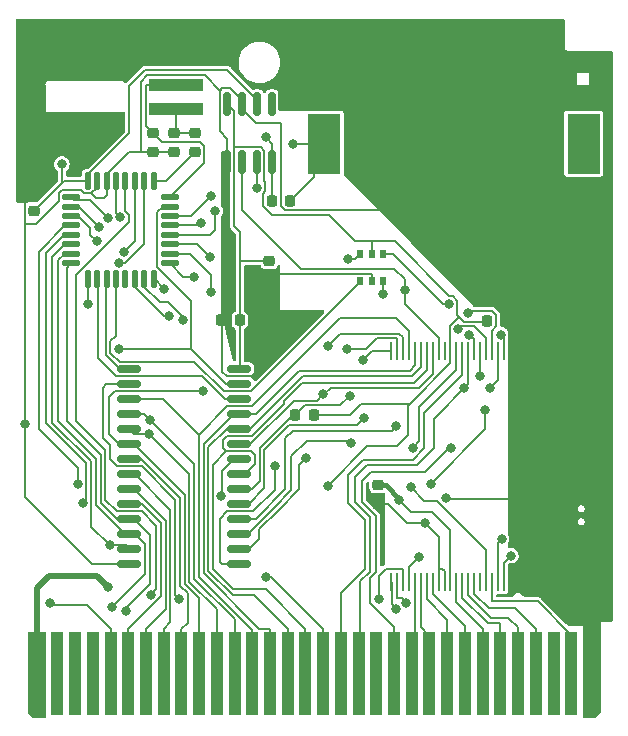
<source format=gbr>
G04 #@! TF.GenerationSoftware,KiCad,Pcbnew,(6.0.8)*
G04 #@! TF.CreationDate,2022-12-25T17:24:50-05:00*
G04 #@! TF.ProjectId,mbc30flash,6d626333-3066-46c6-9173-682e6b696361,rev?*
G04 #@! TF.SameCoordinates,Original*
G04 #@! TF.FileFunction,Copper,L1,Top*
G04 #@! TF.FilePolarity,Positive*
%FSLAX46Y46*%
G04 Gerber Fmt 4.6, Leading zero omitted, Abs format (unit mm)*
G04 Created by KiCad (PCBNEW (6.0.8)) date 2022-12-25 17:24:50*
%MOMM*%
%LPD*%
G01*
G04 APERTURE LIST*
G04 Aperture macros list*
%AMRoundRect*
0 Rectangle with rounded corners*
0 $1 Rounding radius*
0 $2 $3 $4 $5 $6 $7 $8 $9 X,Y pos of 4 corners*
0 Add a 4 corners polygon primitive as box body*
4,1,4,$2,$3,$4,$5,$6,$7,$8,$9,$2,$3,0*
0 Add four circle primitives for the rounded corners*
1,1,$1+$1,$2,$3*
1,1,$1+$1,$4,$5*
1,1,$1+$1,$6,$7*
1,1,$1+$1,$8,$9*
0 Add four rect primitives between the rounded corners*
20,1,$1+$1,$2,$3,$4,$5,0*
20,1,$1+$1,$4,$5,$6,$7,0*
20,1,$1+$1,$6,$7,$8,$9,0*
20,1,$1+$1,$8,$9,$2,$3,0*%
%AMFreePoly0*
4,1,6,0.750000,-6.800000,-0.350000,-6.800000,-0.750000,-6.400000,-0.750000,0.500000,0.750000,0.500000,0.750000,-6.800000,0.750000,-6.800000,$1*%
%AMFreePoly1*
4,1,5,0.500000,-6.500000,-0.500000,-6.500000,-0.500000,0.500000,0.500000,0.500000,0.500000,-6.500000,0.500000,-6.500000,$1*%
%AMFreePoly2*
4,1,6,0.750000,-6.300000,0.250000,-6.800000,-0.750000,-6.800000,-0.750000,0.500000,0.750000,0.500000,0.750000,-6.300000,0.750000,-6.300000,$1*%
G04 Aperture macros list end*
G04 #@! TA.AperFunction,SMDPad,CuDef*
%ADD10RoundRect,0.218750X0.218750X0.256250X-0.218750X0.256250X-0.218750X-0.256250X0.218750X-0.256250X0*%
G04 #@! TD*
G04 #@! TA.AperFunction,SMDPad,CuDef*
%ADD11RoundRect,0.218750X-0.256250X0.218750X-0.256250X-0.218750X0.256250X-0.218750X0.256250X0.218750X0*%
G04 #@! TD*
G04 #@! TA.AperFunction,SMDPad,CuDef*
%ADD12RoundRect,0.218750X0.256250X-0.218750X0.256250X0.218750X-0.256250X0.218750X-0.256250X-0.218750X0*%
G04 #@! TD*
G04 #@! TA.AperFunction,SMDPad,CuDef*
%ADD13RoundRect,0.218750X-0.218750X-0.256250X0.218750X-0.256250X0.218750X0.256250X-0.218750X0.256250X0*%
G04 #@! TD*
G04 #@! TA.AperFunction,SMDPad,CuDef*
%ADD14R,0.250000X1.600000*%
G04 #@! TD*
G04 #@! TA.AperFunction,SMDPad,CuDef*
%ADD15R,4.550000X1.000000*%
G04 #@! TD*
G04 #@! TA.AperFunction,SMDPad,CuDef*
%ADD16RoundRect,0.150000X0.150000X-0.825000X0.150000X0.825000X-0.150000X0.825000X-0.150000X-0.825000X0*%
G04 #@! TD*
G04 #@! TA.AperFunction,SMDPad,CuDef*
%ADD17R,2.790000X5.080000*%
G04 #@! TD*
G04 #@! TA.AperFunction,SMDPad,CuDef*
%ADD18C,12.700000*%
G04 #@! TD*
G04 #@! TA.AperFunction,SMDPad,CuDef*
%ADD19RoundRect,0.150000X-0.875000X-0.150000X0.875000X-0.150000X0.875000X0.150000X-0.875000X0.150000X0*%
G04 #@! TD*
G04 #@! TA.AperFunction,SMDPad,CuDef*
%ADD20R,0.510000X0.700000*%
G04 #@! TD*
G04 #@! TA.AperFunction,SMDPad,CuDef*
%ADD21RoundRect,0.125000X0.125000X-0.625000X0.125000X0.625000X-0.125000X0.625000X-0.125000X-0.625000X0*%
G04 #@! TD*
G04 #@! TA.AperFunction,SMDPad,CuDef*
%ADD22RoundRect,0.125000X0.625000X-0.125000X0.625000X0.125000X-0.625000X0.125000X-0.625000X-0.125000X0*%
G04 #@! TD*
G04 #@! TA.AperFunction,ComponentPad*
%ADD23C,0.800000*%
G04 #@! TD*
G04 #@! TA.AperFunction,ConnectorPad*
%ADD24FreePoly0,0.000000*%
G04 #@! TD*
G04 #@! TA.AperFunction,ConnectorPad*
%ADD25FreePoly1,0.000000*%
G04 #@! TD*
G04 #@! TA.AperFunction,ConnectorPad*
%ADD26FreePoly2,0.000000*%
G04 #@! TD*
G04 #@! TA.AperFunction,ViaPad*
%ADD27C,0.800000*%
G04 #@! TD*
G04 #@! TA.AperFunction,ViaPad*
%ADD28C,2.050000*%
G04 #@! TD*
G04 #@! TA.AperFunction,Conductor*
%ADD29C,0.200000*%
G04 #@! TD*
G04 #@! TA.AperFunction,Conductor*
%ADD30C,1.500000*%
G04 #@! TD*
G04 #@! TA.AperFunction,Conductor*
%ADD31C,0.400000*%
G04 #@! TD*
G04 #@! TA.AperFunction,Conductor*
%ADD32C,0.500000*%
G04 #@! TD*
G04 APERTURE END LIST*
D10*
X106621500Y-95664000D03*
X105046500Y-95664000D03*
D11*
X95800000Y-109550000D03*
X95800000Y-111125000D03*
X76726500Y-79735600D03*
X76726500Y-81310600D03*
D12*
X78512200Y-81310600D03*
X78512200Y-79735600D03*
X86600000Y-92169100D03*
X86600000Y-90594100D03*
D13*
X88800000Y-103600000D03*
X90375000Y-103600000D03*
D10*
X88385300Y-85471000D03*
X86810300Y-85471000D03*
D14*
X106431000Y-98220000D03*
X105931000Y-98220000D03*
X105431000Y-98220000D03*
X104931000Y-98220000D03*
X104431000Y-98220000D03*
X103931000Y-98220000D03*
X103431000Y-98220000D03*
X102931000Y-98220000D03*
X102431000Y-98220000D03*
X101931000Y-98220000D03*
X101431000Y-98220000D03*
X100931000Y-98220000D03*
X100431000Y-98220000D03*
X99931000Y-98220000D03*
X99431000Y-98220000D03*
X98931000Y-98220000D03*
X98431000Y-98220000D03*
X97931000Y-98220000D03*
X97431000Y-98220000D03*
X96931000Y-98220000D03*
X96931000Y-117720000D03*
X97431000Y-117720000D03*
X97931000Y-117720000D03*
X98431000Y-117720000D03*
X98931000Y-117720000D03*
X99431000Y-117720000D03*
X99931000Y-117720000D03*
X100431000Y-117720000D03*
X100931000Y-117720000D03*
X101431000Y-117720000D03*
X101931000Y-117720000D03*
X102431000Y-117720000D03*
X102931000Y-117720000D03*
X103431000Y-117720000D03*
X103931000Y-117720000D03*
X104431000Y-117720000D03*
X104931000Y-117720000D03*
X105431000Y-117720000D03*
X105931000Y-117720000D03*
X106431000Y-117720000D03*
D15*
X78698200Y-77668800D03*
X78698200Y-75668800D03*
D12*
X80302200Y-81310600D03*
X80302200Y-79735600D03*
D16*
X83000300Y-82223400D03*
X84270300Y-82223400D03*
X85540300Y-82223400D03*
X86810300Y-82223400D03*
X86810300Y-77273400D03*
X85540300Y-77273400D03*
X84270300Y-77273400D03*
X83000300Y-77273400D03*
D17*
X113210000Y-80634800D03*
X91240000Y-80634800D03*
D18*
X102225000Y-80634800D03*
D19*
X74740400Y-99715000D03*
X74740400Y-100985000D03*
X74740400Y-102255000D03*
X74740400Y-103525000D03*
X74740400Y-104795000D03*
X74740400Y-106065000D03*
X74740400Y-107335000D03*
X74740400Y-108605000D03*
X74740400Y-109875000D03*
X74740400Y-111145000D03*
X74740400Y-112415000D03*
X74740400Y-113685000D03*
X74740400Y-114955000D03*
X74740400Y-116225000D03*
X84040400Y-116225000D03*
X84040400Y-114955000D03*
X84040400Y-113685000D03*
X84040400Y-112415000D03*
X84040400Y-111145000D03*
X84040400Y-109875000D03*
X84040400Y-108605000D03*
X84040400Y-107335000D03*
X84040400Y-106065000D03*
X84040400Y-104795000D03*
X84040400Y-103525000D03*
X84040400Y-102255000D03*
X84040400Y-100985000D03*
X84040400Y-99715000D03*
D20*
X94300000Y-92310000D03*
X95250000Y-92310000D03*
X96200000Y-92310000D03*
X96200000Y-89990000D03*
X95250000Y-89990000D03*
X94300000Y-89990000D03*
D12*
X66713100Y-86322000D03*
X66713100Y-84747000D03*
D21*
X71213100Y-92137700D03*
X72013100Y-92137700D03*
X72813100Y-92137700D03*
X73613100Y-92137700D03*
X74413100Y-92137700D03*
X75213100Y-92137700D03*
X76013100Y-92137700D03*
X76813100Y-92137700D03*
D22*
X78188100Y-90762700D03*
X78188100Y-89962700D03*
X78188100Y-89162700D03*
X78188100Y-88362700D03*
X78188100Y-87562700D03*
X78188100Y-86762700D03*
X78188100Y-85962700D03*
X78188100Y-85162700D03*
D21*
X76813100Y-83787700D03*
X76013100Y-83787700D03*
X75213100Y-83787700D03*
X74413100Y-83787700D03*
X73613100Y-83787700D03*
X72813100Y-83787700D03*
X72013100Y-83787700D03*
X71213100Y-83787700D03*
D22*
X69838100Y-85162700D03*
X69838100Y-85962700D03*
X69838100Y-86762700D03*
X69838100Y-87562700D03*
X69838100Y-88362700D03*
X69838100Y-89162700D03*
X69838100Y-89962700D03*
X69838100Y-90762700D03*
D13*
X82524500Y-95608100D03*
X84099500Y-95608100D03*
D23*
X66906200Y-122509000D03*
D24*
X66906200Y-122509000D03*
D23*
X68656200Y-122509000D03*
D25*
X68656200Y-122509000D03*
D23*
X70156200Y-122509000D03*
D25*
X70156200Y-122509000D03*
D23*
X71656200Y-122509000D03*
D25*
X71656200Y-122509000D03*
D23*
X73156200Y-122509000D03*
D25*
X73156200Y-122509000D03*
X74656200Y-122509000D03*
D23*
X74656200Y-122509000D03*
X76156200Y-122509000D03*
D25*
X76156200Y-122509000D03*
D23*
X77656200Y-122509000D03*
D25*
X77656200Y-122509000D03*
D23*
X79156200Y-122509000D03*
D25*
X79156200Y-122509000D03*
D23*
X80656200Y-122509000D03*
D25*
X80656200Y-122509000D03*
D23*
X82156200Y-122509000D03*
D25*
X82156200Y-122509000D03*
X83656200Y-122509000D03*
D23*
X83656200Y-122509000D03*
X85156200Y-122509000D03*
D25*
X85156200Y-122509000D03*
D23*
X86656200Y-122509000D03*
D25*
X86656200Y-122509000D03*
D23*
X88156200Y-122509000D03*
D25*
X88156200Y-122509000D03*
D23*
X89656200Y-122509000D03*
D25*
X89656200Y-122509000D03*
X91156200Y-122509000D03*
D23*
X91156200Y-122509000D03*
D25*
X92656200Y-122509000D03*
D23*
X92656200Y-122509000D03*
D25*
X94156200Y-122509000D03*
D23*
X94156200Y-122509000D03*
D25*
X95656200Y-122509000D03*
D23*
X95656200Y-122509000D03*
X97156200Y-122509000D03*
D25*
X97156200Y-122509000D03*
D23*
X98656200Y-122509000D03*
D25*
X98656200Y-122509000D03*
X100156200Y-122509000D03*
D23*
X100156200Y-122509000D03*
D25*
X101656200Y-122509000D03*
D23*
X101656200Y-122509000D03*
D25*
X103156200Y-122509000D03*
D23*
X103156200Y-122509000D03*
X104656200Y-122509000D03*
D25*
X104656200Y-122509000D03*
X106156200Y-122509000D03*
D23*
X106156200Y-122509000D03*
X107656200Y-122509000D03*
D25*
X107656200Y-122509000D03*
D23*
X109156200Y-122509000D03*
D25*
X109156200Y-122509000D03*
D23*
X110656200Y-122509000D03*
D25*
X110656200Y-122509000D03*
D23*
X112156200Y-122509000D03*
D25*
X112156200Y-122509000D03*
D23*
X113906200Y-122509000D03*
D26*
X113906200Y-122509000D03*
D27*
X101575000Y-110625000D03*
X113900000Y-117075000D03*
X111250000Y-103950000D03*
X99750000Y-112750000D03*
X66250000Y-77330000D03*
X112600000Y-91125000D03*
X65929100Y-104360900D03*
D28*
X113250000Y-119375000D03*
D27*
X86285000Y-80115000D03*
X113210000Y-80634800D03*
X91240000Y-80634800D03*
X88565200Y-80634800D03*
X91550000Y-109600500D03*
X97600000Y-110800000D03*
X72950000Y-118220000D03*
X69030000Y-82380000D03*
X78925800Y-119180000D03*
X76507700Y-104021900D03*
X91550000Y-97750000D03*
X93200000Y-98050000D03*
X76374900Y-105193400D03*
X94500000Y-99000000D03*
X80949100Y-101620000D03*
X97355160Y-120034084D03*
X98200000Y-119500000D03*
X95850000Y-119200000D03*
X99250000Y-115650000D03*
X74460000Y-120220000D03*
X73250000Y-119870000D03*
X73104200Y-114658500D03*
X70820300Y-111060000D03*
X87050000Y-107900000D03*
X70363500Y-109450000D03*
X89670548Y-107247848D03*
X93550000Y-105950000D03*
X71980200Y-88924900D03*
X72205900Y-87715100D03*
X97350000Y-104550000D03*
X94650000Y-103850500D03*
X72950900Y-86957600D03*
X93400000Y-102000000D03*
X101814700Y-94215900D03*
X73886300Y-90785800D03*
X82528300Y-110450000D03*
X98550000Y-109750000D03*
X100250000Y-109450000D03*
X91150000Y-101850000D03*
X104875000Y-103225000D03*
X86340000Y-117340000D03*
X73856400Y-98053200D03*
X96200000Y-93400000D03*
X71261600Y-94252200D03*
X68050000Y-119550000D03*
X93244622Y-90444622D03*
X73970100Y-86872000D03*
X103100000Y-101350000D03*
X76561200Y-118844400D03*
X101950000Y-106400000D03*
X98750000Y-106400000D03*
X74328800Y-89806300D03*
X98050000Y-93050000D03*
X85528700Y-84416300D03*
X81650000Y-85050000D03*
X103529800Y-96817400D03*
X78120000Y-95196800D03*
X104450000Y-100300000D03*
X79246500Y-95602900D03*
X102570600Y-96331300D03*
X77666300Y-92922700D03*
X103416000Y-95005000D03*
X80250000Y-91900000D03*
X105250000Y-101300000D03*
X81650000Y-93200000D03*
X106214900Y-96803100D03*
X81550000Y-90200000D03*
X107050000Y-115525000D03*
X82000800Y-86350000D03*
X80850000Y-87350000D03*
X106263100Y-114152200D03*
D29*
X106621500Y-95354000D02*
X106621500Y-95664000D01*
X87560000Y-78890000D02*
X87597800Y-78927800D01*
X87119100Y-91650000D02*
X95200000Y-91650000D01*
X96625000Y-111125000D02*
X98250000Y-112750000D01*
X95200000Y-91650000D02*
X95250000Y-91700000D01*
X74740400Y-116225000D02*
X71600000Y-116225000D01*
X110326100Y-117075000D02*
X106916200Y-113665100D01*
X98250000Y-112750000D02*
X99750000Y-112750000D01*
X87597800Y-85895600D02*
X87949400Y-86247200D01*
D30*
X113906200Y-120655100D02*
X113906200Y-122509000D01*
D29*
X75711600Y-75404900D02*
X75711600Y-81310600D01*
X71888420Y-85211920D02*
X71530400Y-84853900D01*
X70904300Y-84853900D02*
X70628600Y-84578200D01*
X99750000Y-112750000D02*
X100931000Y-113931000D01*
X113900000Y-120648900D02*
X113906200Y-120655100D01*
X101431000Y-117669800D02*
X101431000Y-117720000D01*
X72608440Y-85211920D02*
X71888420Y-85211920D01*
X83303200Y-75949600D02*
X82574000Y-75949600D01*
X82976100Y-100350000D02*
X85091300Y-100350000D01*
X76248100Y-74868400D02*
X75711600Y-75404900D01*
X75711600Y-81310600D02*
X76726500Y-81310600D01*
X71530400Y-84853900D02*
X70904300Y-84853900D01*
X100931000Y-113931000D02*
X100931000Y-116619700D01*
X101223880Y-116619700D02*
X100931000Y-116619700D01*
X82587900Y-99961800D02*
X82976100Y-100350000D01*
X82381500Y-76142100D02*
X81107800Y-74868400D01*
X74710300Y-81310600D02*
X75711600Y-81310600D01*
X65929100Y-85531000D02*
X66713100Y-84747000D01*
X72813100Y-83207800D02*
X74710300Y-81310600D01*
X95800000Y-111125000D02*
X96625000Y-111125000D01*
X84270300Y-77273400D02*
X84270300Y-77676600D01*
X101431000Y-117720000D02*
X101431000Y-116826820D01*
X87949400Y-86247200D02*
X96612600Y-86247200D01*
X84270300Y-77273400D02*
X84270300Y-76916700D01*
X106621500Y-95664000D02*
X106916200Y-95958700D01*
X69023200Y-84578200D02*
X68787200Y-84814200D01*
X65929100Y-110554100D02*
X65929100Y-104360900D01*
X82587900Y-95608100D02*
X82587900Y-99961800D01*
X72813100Y-85007260D02*
X72608440Y-85211920D01*
X86600000Y-92169100D02*
X87119100Y-91650000D01*
X72813100Y-83787700D02*
X72813100Y-83207800D01*
X96612600Y-86247200D02*
X97063700Y-85796100D01*
X76726500Y-81310600D02*
X78512200Y-81310600D01*
X72013100Y-84371200D02*
X71530400Y-84853900D01*
X101431000Y-116826820D02*
X101223880Y-116619700D01*
X65950000Y-87450000D02*
X65929100Y-87429100D01*
X82381500Y-76142100D02*
X82381500Y-79607820D01*
X87597800Y-78927800D02*
X87597800Y-85895600D01*
X83000300Y-80226620D02*
X83000300Y-82223400D01*
X83000300Y-82223400D02*
X83000300Y-95132300D01*
X82574000Y-75949600D02*
X82381500Y-76142100D01*
X100931000Y-117720000D02*
X100931000Y-117169800D01*
X84270300Y-76916700D02*
X83303200Y-75949600D01*
X72813100Y-83787700D02*
X72813100Y-85007260D01*
X81107800Y-74868400D02*
X76248100Y-74868400D01*
X86650000Y-98791300D02*
X86650000Y-92219100D01*
X101683800Y-110733800D02*
X101575000Y-110625000D01*
X97063700Y-85796100D02*
X102225000Y-80634800D01*
X106916200Y-95958700D02*
X106916200Y-110733800D01*
X65929100Y-86785200D02*
X65929100Y-85531000D01*
X100931000Y-117169800D02*
X100931000Y-116619700D01*
X95250000Y-91700000D02*
X95250000Y-92310000D01*
X71600000Y-116225000D02*
X65929100Y-110554100D01*
X72013100Y-83787700D02*
X72013100Y-84371200D01*
X65929100Y-87429100D02*
X65929100Y-86785200D01*
X66799500Y-87450000D02*
X65950000Y-87450000D01*
X106916200Y-110733800D02*
X101683800Y-110733800D01*
X83000300Y-95132300D02*
X82524500Y-95608100D01*
X85091300Y-100350000D02*
X86650000Y-98791300D01*
X86650000Y-92219100D02*
X86600000Y-92169100D01*
X65929100Y-104360900D02*
X65929100Y-86785200D01*
X82381500Y-79607820D02*
X83000300Y-80226620D01*
X113900000Y-117075000D02*
X110326100Y-117075000D01*
X82524500Y-95608100D02*
X82587900Y-95608100D01*
X113900000Y-117075000D02*
X113900000Y-120648900D01*
X84270300Y-77676600D02*
X85483700Y-78890000D01*
X68787200Y-84814200D02*
X68787200Y-85462300D01*
X106916200Y-113665100D02*
X106916200Y-110733800D01*
X85483700Y-78890000D02*
X87560000Y-78890000D01*
X70628600Y-84578200D02*
X69023200Y-84578200D01*
X68787200Y-85462300D02*
X66799500Y-87450000D01*
X97063700Y-85796100D02*
X106621500Y-95354000D01*
X86810300Y-82223400D02*
X86810300Y-85471000D01*
X86810300Y-80640300D02*
X86285000Y-80115000D01*
X86285000Y-80115000D02*
X86260000Y-80090000D01*
X86810300Y-82223400D02*
X86810300Y-80640300D01*
X88565200Y-80634800D02*
X88560000Y-80640000D01*
X113210000Y-80634800D02*
X113210000Y-80634800D01*
X91240000Y-80634800D02*
X91240000Y-80634800D01*
X91240000Y-80634800D02*
X88565200Y-80634800D01*
X90381200Y-83475100D02*
X90381200Y-81493600D01*
X90381200Y-83475100D02*
X88385300Y-85471000D01*
X90381200Y-81493600D02*
X91240000Y-80634800D01*
X80302200Y-79735600D02*
X78698200Y-79735600D01*
X78698200Y-79735600D02*
X78698200Y-77668800D01*
X78698200Y-79735600D02*
X78512200Y-79735600D01*
X98310050Y-102865950D02*
X98476000Y-102700000D01*
X97202800Y-88900000D02*
X95200000Y-88900000D01*
X86263300Y-83924700D02*
X86175300Y-83836700D01*
X93849700Y-88900000D02*
X91671300Y-86721600D01*
X105046500Y-95664000D02*
X105005200Y-95705300D01*
D31*
X97600000Y-110800000D02*
X97600000Y-110700000D01*
D29*
X102639100Y-95289800D02*
X102630400Y-95281000D01*
X95250000Y-89990000D02*
X95250000Y-88950000D01*
X96050000Y-102700000D02*
X98476000Y-102700000D01*
X83635400Y-87629500D02*
X83635400Y-80941000D01*
D32*
X71980000Y-117250000D02*
X67950000Y-117250000D01*
D29*
X94350000Y-102700000D02*
X96050000Y-102700000D01*
X98476000Y-102700000D02*
X101931000Y-99245000D01*
X101818400Y-93515600D02*
X97202800Y-88900000D01*
X84099500Y-99655900D02*
X84040400Y-99715000D01*
X86034500Y-84901000D02*
X86263300Y-84672200D01*
X103054700Y-95705300D02*
X102639200Y-95289800D01*
D31*
X97600000Y-110700000D02*
X96450000Y-109550000D01*
D29*
X86555900Y-90550000D02*
X86600000Y-90594100D01*
X83635400Y-77908500D02*
X83000300Y-77273400D01*
X102639200Y-95289800D02*
X102639100Y-95289800D01*
X102630400Y-95281000D02*
X101870200Y-96041200D01*
X102515000Y-95165700D02*
X102515000Y-93925800D01*
X101931000Y-113341050D02*
X101931000Y-117720000D01*
X84099500Y-90650500D02*
X84099500Y-88093600D01*
D32*
X72950000Y-118220000D02*
X71980000Y-117250000D01*
D29*
X98310050Y-105339950D02*
X98310050Y-102865950D01*
X83635400Y-80941000D02*
X83635400Y-77908500D01*
X90375000Y-103600000D02*
X93450000Y-103600000D01*
X91671300Y-86721600D02*
X86842500Y-86721600D01*
X86034500Y-85913600D02*
X86034500Y-84901000D01*
X101870200Y-96621400D02*
X101931000Y-96682200D01*
X101931000Y-96682200D02*
X101931000Y-98220000D01*
X98600000Y-111800000D02*
X100389950Y-111800000D01*
X102515000Y-93925800D02*
X102104800Y-93515600D01*
X102630400Y-95281000D02*
X102515000Y-95165700D01*
X86842500Y-86721600D02*
X86034500Y-85913600D01*
X100389950Y-111800000D02*
X101931000Y-113341050D01*
D31*
X96450000Y-109550000D02*
X95800000Y-109550000D01*
D29*
X95200000Y-88900000D02*
X93849700Y-88900000D01*
X97600000Y-110800000D02*
X98600000Y-111800000D01*
X85892200Y-80941000D02*
X83635400Y-80941000D01*
X95250000Y-88950000D02*
X95200000Y-88900000D01*
X101870200Y-96041200D02*
X101870200Y-96621400D01*
D32*
X67950000Y-117250000D02*
X66906200Y-118293800D01*
D29*
X97400000Y-106250000D02*
X98310050Y-105339950D01*
X93450000Y-103600000D02*
X94350000Y-102700000D01*
D31*
X95800000Y-109550000D02*
X95600000Y-109750000D01*
D29*
X86175300Y-83836700D02*
X86175300Y-81224100D01*
X102104800Y-93515600D02*
X101818400Y-93515600D01*
X105005200Y-95705300D02*
X103054700Y-95705300D01*
X95800000Y-102700000D02*
X96050000Y-102700000D01*
X84099500Y-95608100D02*
X84099500Y-90650500D01*
X86263300Y-84672200D02*
X86263300Y-83924700D01*
D32*
X66906200Y-118293800D02*
X66906200Y-122509000D01*
D29*
X91550000Y-109600500D02*
X94900500Y-106250000D01*
X84099500Y-88093600D02*
X83635400Y-87629500D01*
X84200000Y-90550000D02*
X86555900Y-90550000D01*
X84099500Y-95608100D02*
X84099500Y-99655900D01*
X84099500Y-90650500D02*
X84200000Y-90550000D01*
X94900500Y-106250000D02*
X97400000Y-106250000D01*
X101931000Y-99245000D02*
X101931000Y-98220000D01*
X86175300Y-81224100D02*
X85892200Y-80941000D01*
X81093000Y-80880700D02*
X80735400Y-80523100D01*
X81093000Y-82257800D02*
X81093000Y-80880700D01*
X76122900Y-75668800D02*
X76122900Y-79132000D01*
X77514000Y-80523100D02*
X76726500Y-79735600D01*
X78698200Y-75668800D02*
X76122900Y-75668800D01*
X76122900Y-79132000D02*
X76726500Y-79735600D01*
X78188100Y-85162700D02*
X81093000Y-82257800D01*
X80735400Y-80523100D02*
X77514000Y-80523100D01*
X83039200Y-74417800D02*
X85540300Y-76918900D01*
X74726600Y-75763200D02*
X76072000Y-74417800D01*
X74726600Y-79722700D02*
X74726600Y-75763200D01*
X69030000Y-82380000D02*
X69030000Y-84005100D01*
X76072000Y-74417800D02*
X83039200Y-74417800D01*
X68262550Y-84772550D02*
X69247400Y-83787700D01*
X66713100Y-86322000D02*
X68262550Y-84772550D01*
X85540300Y-76918900D02*
X85540300Y-77273400D01*
X71213100Y-83236200D02*
X74726600Y-79722700D01*
X71213100Y-83787700D02*
X71213100Y-83236200D01*
X69247400Y-83787700D02*
X71213100Y-83787700D01*
X69030000Y-84005100D02*
X68262550Y-84772550D01*
X72727900Y-92222900D02*
X72727900Y-98515600D01*
X72813100Y-92137700D02*
X72727900Y-92222900D01*
X72727900Y-98515600D02*
X73927300Y-99715000D01*
X73927300Y-99715000D02*
X74740400Y-99715000D01*
X99700000Y-103450000D02*
X102931000Y-100219000D01*
X98739950Y-107400000D02*
X99700000Y-106439950D01*
X78626600Y-118880800D02*
X78626600Y-110819286D01*
X94550000Y-107400000D02*
X98739950Y-107400000D01*
X73120700Y-106195700D02*
X72475000Y-105550000D01*
X73712400Y-107970000D02*
X73120700Y-107378300D01*
X92656200Y-118673800D02*
X94700000Y-116630000D01*
X72475000Y-101300000D02*
X72790000Y-100985000D01*
X99700000Y-106439950D02*
X99700000Y-103450000D01*
X92656200Y-122509000D02*
X92656200Y-118673800D01*
X94700000Y-116630000D02*
X94700000Y-112515686D01*
X94700000Y-112515686D02*
X93250000Y-111065686D01*
X78925800Y-119180000D02*
X78626600Y-118880800D01*
X93250000Y-111065686D02*
X93250000Y-108700000D01*
X75777314Y-107970000D02*
X73712400Y-107970000D01*
X102931000Y-100219000D02*
X102931000Y-98220000D01*
X93250000Y-108700000D02*
X94550000Y-107400000D01*
X72790000Y-100985000D02*
X74740400Y-100985000D01*
X78626600Y-110819286D02*
X75777314Y-107970000D01*
X72475000Y-105550000D02*
X72475000Y-101300000D01*
X73120700Y-107378300D02*
X73120700Y-106195700D01*
X77608300Y-102255000D02*
X80628100Y-105274800D01*
X80628100Y-117312414D02*
X85156200Y-121840514D01*
X80628100Y-105274800D02*
X80628100Y-117312414D01*
X85101796Y-102855000D02*
X87250000Y-100706796D01*
X98431000Y-96531000D02*
X98431000Y-98220000D01*
X87250000Y-100700000D02*
X92550000Y-95400000D01*
X74740400Y-102255000D02*
X77608300Y-102255000D01*
X92550000Y-95400000D02*
X97300000Y-95400000D01*
X85156200Y-121840514D02*
X85156200Y-122509000D01*
X97300000Y-95400000D02*
X98431000Y-96531000D01*
X87250000Y-100706796D02*
X87250000Y-100700000D01*
X83047900Y-102855000D02*
X85101796Y-102855000D01*
X80628100Y-105274800D02*
X83047900Y-102855000D01*
X74740400Y-103525000D02*
X76010800Y-103525000D01*
X97596800Y-96719400D02*
X97931000Y-97053600D01*
X80227800Y-107742000D02*
X80227800Y-117477800D01*
X92580600Y-96719400D02*
X97596800Y-96719400D01*
X83656200Y-120906200D02*
X83656200Y-122509000D01*
X91550000Y-97750000D02*
X92580600Y-96719400D01*
X97931000Y-97053600D02*
X97931000Y-98220000D01*
X80227800Y-117477800D02*
X83656200Y-120906200D01*
X76010800Y-103525000D02*
X76507700Y-104021900D01*
X76507700Y-104021900D02*
X80227800Y-107742000D01*
X94800000Y-98050000D02*
X95730300Y-97119700D01*
X97431000Y-97119700D02*
X97431000Y-98220000D01*
X95730300Y-97119700D02*
X97431000Y-97119700D01*
X76374900Y-105193400D02*
X79827500Y-108646000D01*
X76374900Y-105193400D02*
X75138800Y-105193400D01*
X75138800Y-105193400D02*
X74740400Y-104795000D01*
X79827500Y-108646000D02*
X79827500Y-117741100D01*
X82156200Y-120069800D02*
X82156200Y-122509000D01*
X79827500Y-117741100D02*
X82156200Y-120069800D01*
X93200000Y-98050000D02*
X94800000Y-98050000D01*
X74740400Y-106065000D02*
X75133000Y-106065000D01*
X80656200Y-119135900D02*
X80656200Y-122509000D01*
X75133000Y-106065000D02*
X79427200Y-110359200D01*
X73050000Y-102100000D02*
X73530000Y-101620000D01*
X79427200Y-110359200D02*
X79427200Y-117906900D01*
X73050000Y-105225000D02*
X73050000Y-102100000D01*
X79427200Y-117906900D02*
X80656200Y-119135900D01*
X74740400Y-106065000D02*
X73890000Y-106065000D01*
X73890000Y-106065000D02*
X73050000Y-105225000D01*
X73530000Y-101620000D02*
X80949100Y-101620000D01*
X95280000Y-98220000D02*
X96931000Y-98220000D01*
X94500000Y-99000000D02*
X95280000Y-98220000D01*
X96950000Y-117739000D02*
X96931000Y-117720000D01*
X79026900Y-118072700D02*
X79680900Y-118726700D01*
X96950000Y-119628924D02*
X96950000Y-117739000D01*
X79680900Y-118726700D02*
X79680900Y-121184000D01*
X74740400Y-107335000D02*
X75708000Y-107335000D01*
X79156200Y-122509000D02*
X79156200Y-121708700D01*
X79680900Y-121184000D02*
X79156200Y-121708700D01*
X79026900Y-110653900D02*
X79026900Y-118072700D01*
X75708000Y-107335000D02*
X79026900Y-110653900D01*
X97355160Y-120034084D02*
X96950000Y-119628924D01*
X97431000Y-119100000D02*
X97431000Y-117720000D01*
X78226300Y-121138600D02*
X78226300Y-111626300D01*
X75205000Y-108605000D02*
X74740400Y-108605000D01*
X98200000Y-119500000D02*
X97800000Y-119100000D01*
X97800000Y-119100000D02*
X97431000Y-119100000D01*
X77656200Y-121708700D02*
X78226300Y-121138600D01*
X78226300Y-111626300D02*
X75205000Y-108605000D01*
X77656200Y-122509000D02*
X77656200Y-121708700D01*
X96506300Y-116619700D02*
X97931000Y-116619700D01*
X77826000Y-112567200D02*
X75133800Y-109875000D01*
X76156200Y-121708700D02*
X77826000Y-120038900D01*
X76156200Y-122509000D02*
X76156200Y-121708700D01*
X77826000Y-120038900D02*
X77826000Y-112567200D01*
X97931000Y-116619700D02*
X97931000Y-117720000D01*
X75133800Y-109875000D02*
X74740400Y-109875000D01*
X95850000Y-119200000D02*
X95850000Y-117276000D01*
X95850000Y-117276000D02*
X96506300Y-116619700D01*
X77425700Y-112780800D02*
X77425700Y-118969850D01*
X74740400Y-111145000D02*
X75789900Y-111145000D01*
X75789900Y-111145000D02*
X77425700Y-112780800D01*
X77425700Y-118969850D02*
X74656200Y-121739350D01*
X74656200Y-121739350D02*
X74656200Y-122509000D01*
X98431000Y-116469000D02*
X98431000Y-117720000D01*
X99250000Y-115650000D02*
X98431000Y-116469000D01*
X69450000Y-104100000D02*
X69450000Y-91150800D01*
X74460000Y-119955650D02*
X76495500Y-117920150D01*
X69450000Y-91150800D02*
X69838100Y-90762700D01*
X73684900Y-112415000D02*
X72320400Y-111050500D01*
X76495500Y-113762400D02*
X75148100Y-112415000D01*
X72320400Y-106970400D02*
X69450000Y-104100000D01*
X75148100Y-112415000D02*
X74740400Y-112415000D01*
X98931000Y-122234200D02*
X98931000Y-117720000D01*
X74740400Y-112415000D02*
X73684900Y-112415000D01*
X76495500Y-117920150D02*
X76495500Y-113762400D01*
X74460000Y-120220000D02*
X74460000Y-119955650D01*
X72320400Y-111050500D02*
X72320400Y-106970400D01*
X98656200Y-122509000D02*
X98931000Y-122234200D01*
X99431000Y-121568600D02*
X99431000Y-117720000D01*
X100156200Y-122293800D02*
X99431000Y-121568600D01*
X73250000Y-119870000D02*
X73298450Y-119870000D01*
X71920100Y-111270000D02*
X74335100Y-113685000D01*
X68744200Y-104144200D02*
X71920100Y-107320100D01*
X73298450Y-119870000D02*
X76066400Y-117102050D01*
X76066400Y-117102050D02*
X76066400Y-114535000D01*
X74335100Y-113685000D02*
X74740400Y-113685000D01*
X69259800Y-89962700D02*
X68744200Y-90478300D01*
X76066400Y-114535000D02*
X75216400Y-113685000D01*
X69838100Y-89962700D02*
X69259800Y-89962700D01*
X68744200Y-90478300D02*
X68744200Y-104144200D01*
X71920100Y-107320100D02*
X71920100Y-111270000D01*
X75216400Y-113685000D02*
X74740400Y-113685000D01*
X100156200Y-122509000D02*
X100156200Y-122293800D01*
X68225000Y-90216700D02*
X69279000Y-89162700D01*
X73104200Y-114658500D02*
X71519800Y-113074100D01*
X71519800Y-107547800D02*
X68225000Y-104253000D01*
X68225000Y-104253000D02*
X68225000Y-90216700D01*
X69279000Y-89162700D02*
X69838100Y-89162700D01*
X101656200Y-120931200D02*
X99931000Y-119206000D01*
X74443900Y-114658500D02*
X73104200Y-114658500D01*
X101656200Y-122509000D02*
X101656200Y-120931200D01*
X99931000Y-119206000D02*
X99931000Y-117720000D01*
X71519800Y-113074100D02*
X71519800Y-107547800D01*
X74740400Y-114955000D02*
X74443900Y-114658500D01*
X71063000Y-107660900D02*
X67675000Y-104272900D01*
X84040400Y-116225000D02*
X82600000Y-116225000D01*
X82400000Y-116025000D02*
X82400000Y-112394004D01*
X85255000Y-111745000D02*
X87050000Y-109950000D01*
X84040400Y-116225000D02*
X84775000Y-116225000D01*
X82400000Y-112394004D02*
X83049004Y-111745000D01*
X82600000Y-116225000D02*
X82400000Y-116025000D01*
X69252600Y-88362700D02*
X69838100Y-88362700D01*
X67675000Y-89940300D02*
X69252600Y-88362700D01*
X70820300Y-111060000D02*
X71063000Y-110817300D01*
X100431000Y-118745000D02*
X100431000Y-117720000D01*
X67675000Y-104272900D02*
X67675000Y-89940300D01*
X103156200Y-122509000D02*
X103156200Y-121470200D01*
X83049004Y-111745000D02*
X85255000Y-111745000D01*
X71063000Y-110817300D02*
X71063000Y-107660900D01*
X103156200Y-121470200D02*
X100431000Y-118745000D01*
X87050000Y-109950000D02*
X87050000Y-107900000D01*
X89618396Y-107300000D02*
X89400000Y-107300000D01*
X69286400Y-87562700D02*
X69838100Y-87562700D01*
X67075000Y-89774100D02*
X69286400Y-87562700D01*
X85736510Y-114113490D02*
X84895000Y-114955000D01*
X84895000Y-114955000D02*
X84040400Y-114955000D01*
X104656200Y-122509000D02*
X104656200Y-121708700D01*
X70363500Y-109450000D02*
X70363500Y-108062100D01*
X89670548Y-107247848D02*
X89618396Y-107300000D01*
X89100000Y-109900000D02*
X87374900Y-111625100D01*
X85736510Y-113279176D02*
X85736510Y-114113490D01*
X84458400Y-114955000D02*
X84040400Y-114955000D01*
X70363500Y-108062100D02*
X67075000Y-104773600D01*
X87374900Y-111625100D02*
X87374900Y-111640786D01*
X89670548Y-107247848D02*
X89100000Y-107818396D01*
X104656200Y-121708700D02*
X102431000Y-119483500D01*
X102431000Y-119483500D02*
X102431000Y-117720000D01*
X87374900Y-111640786D02*
X85736510Y-113279176D01*
X67075000Y-104773600D02*
X67075000Y-89774100D01*
X89100000Y-107818396D02*
X89100000Y-109900000D01*
X89750000Y-105800000D02*
X88450000Y-107100000D01*
X84765000Y-113685000D02*
X84040400Y-113685000D01*
X70412800Y-86762700D02*
X71415400Y-87765300D01*
X106100000Y-121225000D02*
X105075000Y-121225000D01*
X106156200Y-121281200D02*
X106100000Y-121225000D01*
X69838100Y-86762700D02*
X70412800Y-86762700D01*
X88450000Y-109984314D02*
X86974900Y-111459414D01*
X86974900Y-111475100D02*
X84765000Y-113685000D01*
X102931000Y-119081000D02*
X102931000Y-117720000D01*
X71415400Y-88360100D02*
X71980200Y-88924900D01*
X71415400Y-87765300D02*
X71415400Y-88360100D01*
X88450000Y-107100000D02*
X88450000Y-109984314D01*
X105075000Y-121225000D02*
X102931000Y-119081000D01*
X93400000Y-105800000D02*
X89750000Y-105800000D01*
X106156200Y-122509000D02*
X106156200Y-121281200D01*
X93550000Y-105950000D02*
X93400000Y-105800000D01*
X86974900Y-111459414D02*
X86974900Y-111475100D01*
X87950000Y-105600000D02*
X87950000Y-109918628D01*
X87950000Y-109918628D02*
X85453628Y-112415000D01*
X96950000Y-104950000D02*
X88600000Y-104950000D01*
X88600000Y-104950000D02*
X87950000Y-105600000D01*
X105364400Y-120764400D02*
X106814400Y-120764400D01*
X97350000Y-104550000D02*
X96950000Y-104950000D01*
X107656200Y-121606200D02*
X107656200Y-122509000D01*
X103431000Y-117720000D02*
X103431000Y-118831000D01*
X69838100Y-85962700D02*
X70453500Y-85962700D01*
X85453628Y-112415000D02*
X84040400Y-112415000D01*
X106814400Y-120764400D02*
X107656200Y-121606200D01*
X70453500Y-85962700D02*
X72205900Y-87715100D01*
X103431000Y-118831000D02*
X105364400Y-120764400D01*
X69838100Y-85162700D02*
X70086400Y-85411000D01*
X70086400Y-85411000D02*
X71404300Y-85411000D01*
X71404300Y-85411000D02*
X72950900Y-86957600D01*
X94650000Y-103850500D02*
X94000500Y-104500000D01*
X86174900Y-109825100D02*
X84855000Y-111145000D01*
X105163800Y-119963800D02*
X107411300Y-119963800D01*
X86174900Y-106575100D02*
X86174900Y-109825100D01*
X103931000Y-118731000D02*
X105163800Y-119963800D01*
X103931000Y-117720000D02*
X103931000Y-118731000D01*
X109156200Y-121708700D02*
X109156200Y-122509000D01*
X107411300Y-119963800D02*
X109156200Y-121708700D01*
X94000500Y-104500000D02*
X88250000Y-104500000D01*
X88250000Y-104500000D02*
X86174900Y-106575100D01*
X84855000Y-111145000D02*
X84040400Y-111145000D01*
X89600000Y-102800000D02*
X88800000Y-103600000D01*
X93400000Y-101999500D02*
X93400000Y-102000000D01*
X93400000Y-102000000D02*
X92600000Y-102800000D01*
X101814700Y-94215900D02*
X101315900Y-94215900D01*
X101315900Y-94215900D02*
X97090000Y-89990000D01*
X97090000Y-89990000D02*
X96200000Y-89990000D01*
X88584314Y-103600000D02*
X85774900Y-106409414D01*
X85774900Y-106409414D02*
X85774900Y-109225100D01*
X88800000Y-103600000D02*
X88584314Y-103600000D01*
X85125000Y-109875000D02*
X84040400Y-109875000D01*
X85774900Y-109225100D02*
X85125000Y-109875000D01*
X88667157Y-103533534D02*
X88667157Y-103732843D01*
X92600000Y-102800000D02*
X89600000Y-102800000D01*
X85101796Y-105395000D02*
X83041100Y-105395000D01*
X83041100Y-105395000D02*
X82669900Y-105766200D01*
X99931000Y-98220000D02*
X99931000Y-99819000D01*
X89400000Y-100900000D02*
X87850000Y-102450000D01*
X84497100Y-108605000D02*
X84040400Y-108605000D01*
X82669900Y-105766200D02*
X82669900Y-106415800D01*
X87850000Y-102646796D02*
X85101796Y-105395000D01*
X87850000Y-102450000D02*
X87850000Y-102646796D01*
X89656200Y-121708700D02*
X89656200Y-122509000D01*
X85078000Y-106700000D02*
X85374900Y-106996900D01*
X82954100Y-106700000D02*
X81828800Y-107825300D01*
X81828800Y-116647428D02*
X83531772Y-118350400D01*
X85374900Y-107727200D02*
X84497100Y-108605000D01*
X81828800Y-107825300D02*
X81828800Y-116647428D01*
X99931000Y-99819000D02*
X98850000Y-100900000D01*
X85374900Y-106996900D02*
X85374900Y-107727200D01*
X98850000Y-100900000D02*
X89400000Y-100900000D01*
X83531772Y-118350400D02*
X86297900Y-118350400D01*
X86297900Y-118350400D02*
X89656200Y-121708700D01*
X82954100Y-106700000D02*
X85078000Y-106700000D01*
X82669900Y-106415800D02*
X82954100Y-106700000D01*
X74341100Y-90785800D02*
X73886300Y-90785800D01*
X76013100Y-89113800D02*
X74341100Y-90785800D01*
X98550000Y-109750000D02*
X99700000Y-110900000D01*
X83638800Y-107335000D02*
X84040400Y-107335000D01*
X104931000Y-115031000D02*
X104931000Y-117720000D01*
X82528300Y-110450000D02*
X82578700Y-110399600D01*
X82578700Y-110399600D02*
X82578700Y-108395100D01*
X76013100Y-83787700D02*
X76013100Y-89113800D01*
X99700000Y-110900000D02*
X100800000Y-110900000D01*
X82578700Y-108395100D02*
X83638800Y-107335000D01*
X100800000Y-110900000D02*
X104931000Y-115031000D01*
X99250000Y-101300000D02*
X100431000Y-100119000D01*
X100431000Y-100119000D02*
X100431000Y-98220000D01*
X91250000Y-101850000D02*
X91800000Y-101300000D01*
X91150000Y-101850000D02*
X91250000Y-101850000D01*
X91156200Y-121756200D02*
X91156200Y-122509000D01*
X86340000Y-117340000D02*
X86740000Y-117340000D01*
X104875000Y-104825000D02*
X100250000Y-109450000D01*
X91150000Y-101850000D02*
X90600000Y-102400000D01*
X91800000Y-101300000D02*
X99250000Y-101300000D01*
X104875000Y-103225000D02*
X104875000Y-104825000D01*
X86740000Y-117340000D02*
X91156200Y-121756200D01*
X84997482Y-106065000D02*
X84040400Y-106065000D01*
X88662482Y-102400000D02*
X84997482Y-106065000D01*
X90600000Y-102400000D02*
X88662482Y-102400000D01*
X83508086Y-118892400D02*
X85339900Y-118892400D01*
X88156200Y-121708700D02*
X88156200Y-122509000D01*
X98669600Y-100300000D02*
X89434314Y-100300000D01*
X85339900Y-118892400D02*
X88156200Y-121708700D01*
X81428800Y-116813114D02*
X83508086Y-118892400D01*
X99431000Y-98220000D02*
X99431000Y-99538600D01*
X84939314Y-104795000D02*
X84040400Y-104795000D01*
X81428800Y-106356900D02*
X81428800Y-116813114D01*
X89434314Y-100300000D02*
X84939314Y-104795000D01*
X82990700Y-104795000D02*
X81428800Y-106356900D01*
X84040400Y-104795000D02*
X82990700Y-104795000D01*
X99431000Y-99538600D02*
X98669600Y-100300000D01*
X83565900Y-103525000D02*
X81028500Y-106062400D01*
X81028500Y-106062400D02*
X81028500Y-116978500D01*
X85758700Y-121708700D02*
X86656200Y-121708700D01*
X86656200Y-121708700D02*
X86656200Y-122509000D01*
X98475000Y-99850000D02*
X89150000Y-99850000D01*
X85475000Y-103525000D02*
X84040400Y-103525000D01*
X81028500Y-116978500D02*
X85758700Y-121708700D01*
X89150000Y-99850000D02*
X85475000Y-103525000D01*
X84040400Y-103525000D02*
X83565900Y-103525000D01*
X98931000Y-99394000D02*
X98475000Y-99850000D01*
X98931000Y-98220000D02*
X98931000Y-99394000D01*
X72075000Y-98749400D02*
X73642100Y-100316500D01*
X72075000Y-92199600D02*
X72075000Y-98749400D01*
X73642100Y-100316500D02*
X80878900Y-100316500D01*
X82817400Y-102255000D02*
X84040400Y-102255000D01*
X80878900Y-100316500D02*
X82817400Y-102255000D01*
X72013100Y-92137700D02*
X72075000Y-92199600D01*
X77126800Y-86419900D02*
X77126800Y-91076200D01*
X77584000Y-85962700D02*
X77126800Y-86419900D01*
X82912600Y-100985000D02*
X79980800Y-98053200D01*
X84040400Y-100985000D02*
X82912600Y-100985000D01*
X79980800Y-93930200D02*
X79980800Y-98053200D01*
X77126800Y-91076200D02*
X79980800Y-93930200D01*
X79980800Y-98053200D02*
X73856400Y-98053200D01*
X78188100Y-85962700D02*
X77584000Y-85962700D01*
X77825100Y-83787700D02*
X80302200Y-81310600D01*
X76813100Y-83787700D02*
X77825100Y-83787700D01*
X71261600Y-92186200D02*
X71261600Y-94252200D01*
X71213100Y-92137700D02*
X71261600Y-92186200D01*
X96200000Y-93400000D02*
X96200000Y-92310000D01*
X71126500Y-119679000D02*
X73156200Y-121708700D01*
X73156200Y-121708700D02*
X73156200Y-122509000D01*
X68179000Y-119679000D02*
X71126500Y-119679000D01*
X93244622Y-90444622D02*
X93405900Y-90283344D01*
X93405900Y-90283344D02*
X93405900Y-90056500D01*
X93845378Y-90444622D02*
X94300000Y-89990000D01*
X68050000Y-119550000D02*
X68179000Y-119679000D01*
X93244622Y-90444622D02*
X93845378Y-90444622D01*
X94156200Y-122509000D02*
X94300000Y-122365200D01*
X95100000Y-112250000D02*
X93850000Y-111000000D01*
X93850000Y-108850000D02*
X94850000Y-107850000D01*
X94300000Y-122365200D02*
X94300000Y-117694629D01*
X94850000Y-107850000D02*
X99070000Y-107850000D01*
X94300000Y-117694629D02*
X95100000Y-116894629D01*
X99070000Y-107850000D02*
X100520000Y-106400000D01*
X103431000Y-101019000D02*
X100520000Y-103930000D01*
X73613100Y-86515000D02*
X73970100Y-86872000D01*
X100520000Y-103930000D02*
X100520000Y-106380000D01*
X100520000Y-106400000D02*
X100520000Y-106320000D01*
X73613100Y-83787700D02*
X73613100Y-86515000D01*
X103431000Y-98220000D02*
X103431000Y-101019000D01*
X95100000Y-116894629D02*
X95100000Y-112250000D01*
X93850000Y-111000000D02*
X93850000Y-108850000D01*
X100520000Y-106380000D02*
X100500000Y-106400000D01*
X72720700Y-106602400D02*
X72720700Y-110801000D01*
X74729700Y-87246200D02*
X70250000Y-91725900D01*
X75776600Y-111745900D02*
X77025400Y-112994700D01*
X73665600Y-111745900D02*
X75776600Y-111745900D01*
X74413100Y-86324600D02*
X74729700Y-86641200D01*
X74729700Y-86641200D02*
X74729700Y-87246200D01*
X72720700Y-110801000D02*
X73665600Y-111745900D01*
X77025400Y-112994700D02*
X77025400Y-118380200D01*
X70250000Y-104131700D02*
X72720700Y-106602400D01*
X77025400Y-118380200D02*
X76561200Y-118844400D01*
X70250000Y-91725900D02*
X70250000Y-104131700D01*
X74413100Y-83787700D02*
X74413100Y-86324600D01*
X97156200Y-121556200D02*
X95150000Y-119550000D01*
X98750000Y-106400000D02*
X99300000Y-105850000D01*
X95650000Y-116910315D02*
X95650000Y-112200000D01*
X99775000Y-108450000D02*
X101825000Y-106400000D01*
X75213100Y-83787700D02*
X75213100Y-88922000D01*
X102431000Y-99769000D02*
X102431000Y-98220000D01*
X95200000Y-108450000D02*
X99775000Y-108450000D01*
X101825000Y-106400000D02*
X101950000Y-106400000D01*
X95150000Y-117410315D02*
X95650000Y-116910315D01*
X97156200Y-122509000D02*
X97156200Y-121556200D01*
X94450000Y-109200000D02*
X95200000Y-108450000D01*
X95150000Y-119550000D02*
X95150000Y-117410315D01*
X75213100Y-88922000D02*
X74328800Y-89806300D01*
X99300000Y-105850000D02*
X99300000Y-102900000D01*
X95650000Y-112200000D02*
X94450000Y-111000000D01*
X94450000Y-111000000D02*
X94450000Y-109200000D01*
X99300000Y-102900000D02*
X102431000Y-99769000D01*
X100931000Y-97119700D02*
X100931000Y-98220000D01*
X98050000Y-93050000D02*
X98050000Y-94238700D01*
X98050000Y-94238700D02*
X100931000Y-97119700D01*
X97166500Y-91216500D02*
X89266500Y-91216500D01*
X84270300Y-86220300D02*
X84270300Y-82223400D01*
X89266500Y-91216500D02*
X84270300Y-86220300D01*
X98050000Y-92100000D02*
X97166500Y-91216500D01*
X98050000Y-93050000D02*
X98050000Y-92100000D01*
X81650000Y-85050000D02*
X79937300Y-86762700D01*
X85540300Y-82223400D02*
X85540300Y-84427900D01*
X79937300Y-86762700D02*
X78188100Y-86762700D01*
X85540300Y-84427900D02*
X85528700Y-84416300D01*
X94300000Y-92310000D02*
X94300000Y-92386796D01*
X73140400Y-98327800D02*
X73140400Y-97378500D01*
X73926600Y-99114000D02*
X73140400Y-98327800D01*
X80242500Y-99114000D02*
X73926600Y-99114000D01*
X73140400Y-97378500D02*
X73613100Y-96905800D01*
X85066796Y-101620000D02*
X82748500Y-101620000D01*
X73613100Y-96905800D02*
X73613100Y-92137700D01*
X94300000Y-92386796D02*
X85066796Y-101620000D01*
X82748500Y-101620000D02*
X80242500Y-99114000D01*
X103832100Y-97119700D02*
X103529800Y-96817400D01*
X77642100Y-95196800D02*
X78120000Y-95196800D01*
X75213100Y-92137700D02*
X75213100Y-92767800D01*
X75213100Y-92767800D02*
X77642100Y-95196800D01*
X103931000Y-98220000D02*
X103931000Y-97119700D01*
X103931000Y-97119700D02*
X103832100Y-97119700D01*
X79246500Y-95315600D02*
X79246500Y-95602900D01*
X104431000Y-100281000D02*
X104431000Y-98220000D01*
X76013100Y-92746900D02*
X77337700Y-94071500D01*
X76013100Y-92137700D02*
X76013100Y-92746900D01*
X78002400Y-94071500D02*
X79246500Y-95315600D01*
X104450000Y-100300000D02*
X104431000Y-100281000D01*
X77337700Y-94071500D02*
X78002400Y-94071500D01*
X104931000Y-98220000D02*
X104931000Y-97119700D01*
X102796300Y-96105600D02*
X102570600Y-96331300D01*
X76813100Y-92137700D02*
X76881300Y-92137700D01*
X104931000Y-97119700D02*
X103916900Y-96105600D01*
X76881300Y-92137700D02*
X77666300Y-92922700D01*
X103916900Y-96105600D02*
X102796300Y-96105600D01*
X79325400Y-91900000D02*
X78188100Y-90762700D01*
X105806100Y-95175300D02*
X105444900Y-94814100D01*
X105806100Y-96117700D02*
X105806100Y-95175300D01*
X105431000Y-96492800D02*
X105806100Y-96117700D01*
X105431000Y-98220000D02*
X105431000Y-96492800D01*
X80250000Y-91900000D02*
X79325400Y-91900000D01*
X105444900Y-94814100D02*
X103606900Y-94814100D01*
X103606900Y-94814100D02*
X103416000Y-95005000D01*
X81650000Y-91750000D02*
X79862700Y-89962700D01*
X105250000Y-101300000D02*
X105931000Y-100619000D01*
X79862700Y-89962700D02*
X78188100Y-89962700D01*
X81650000Y-93200000D02*
X81650000Y-91750000D01*
X105931000Y-100619000D02*
X105931000Y-98220000D01*
X106431000Y-97019200D02*
X106214900Y-96803100D01*
X106431000Y-98220000D02*
X106431000Y-97119700D01*
X81550000Y-90200000D02*
X80512700Y-89162700D01*
X80512700Y-89162700D02*
X78188100Y-89162700D01*
X106431000Y-97119700D02*
X106431000Y-97019200D01*
X107050000Y-115525000D02*
X106431000Y-116144000D01*
X82000800Y-86350000D02*
X82000800Y-87949200D01*
X106431000Y-116144000D02*
X106431000Y-117720000D01*
X81587300Y-88362700D02*
X78188100Y-88362700D01*
X82000800Y-87949200D02*
X81587300Y-88362700D01*
X106263100Y-114152200D02*
X105931000Y-114484300D01*
X105931000Y-114484300D02*
X105931000Y-117720000D01*
X80637300Y-87562700D02*
X78188100Y-87562700D01*
X80850000Y-87350000D02*
X80637300Y-87562700D01*
X109350000Y-119400000D02*
X112156200Y-122206200D01*
X105431000Y-119400000D02*
X109350000Y-119400000D01*
X112156200Y-122206200D02*
X112156200Y-122509000D01*
X105431000Y-117720000D02*
X105431000Y-119400000D01*
G04 #@! TA.AperFunction,Conductor*
G36*
X111543841Y-70076502D02*
G01*
X111590334Y-70130158D01*
X111601720Y-70182500D01*
X111601720Y-72464524D01*
X111599299Y-72489103D01*
X111596734Y-72502000D01*
X111601720Y-72527067D01*
X111616486Y-72601301D01*
X111672736Y-72685484D01*
X111756919Y-72741734D01*
X111856220Y-72761486D01*
X111869117Y-72758921D01*
X111893696Y-72756500D01*
X115525720Y-72756500D01*
X115593841Y-72776502D01*
X115640334Y-72830158D01*
X115651720Y-72882500D01*
X115651720Y-121006600D01*
X115631718Y-121074721D01*
X115578062Y-121121214D01*
X115525720Y-121132600D01*
X114670840Y-121132600D01*
X114670840Y-121369271D01*
X114650838Y-121437392D01*
X114597182Y-121483885D01*
X114544840Y-121495271D01*
X113156200Y-121495271D01*
X113083089Y-121500500D01*
X113076616Y-121502401D01*
X113069961Y-121503601D01*
X113069857Y-121503027D01*
X113041291Y-121506935D01*
X112081109Y-121493782D01*
X112013830Y-121473218D01*
X112004053Y-121466818D01*
X111766283Y-121311184D01*
X111746195Y-121294856D01*
X109636918Y-119185580D01*
X109624413Y-119170098D01*
X109621477Y-119166871D01*
X109615825Y-119158118D01*
X109591562Y-119138991D01*
X109587567Y-119135441D01*
X109587483Y-119135540D01*
X109583520Y-119132182D01*
X109579844Y-119128506D01*
X109569029Y-119120777D01*
X109565348Y-119118146D01*
X109560605Y-119114585D01*
X109531325Y-119091503D01*
X109531321Y-119091501D01*
X109523143Y-119085054D01*
X109515075Y-119082221D01*
X109508115Y-119077247D01*
X109493770Y-119072957D01*
X109462414Y-119063580D01*
X109456765Y-119061744D01*
X109436405Y-119054594D01*
X109411792Y-119045950D01*
X109406596Y-119045500D01*
X109403891Y-119045500D01*
X109401635Y-119045403D01*
X109401159Y-119045260D01*
X109401161Y-119045214D01*
X109400962Y-119045201D01*
X109395045Y-119043432D01*
X109345411Y-119045382D01*
X109344876Y-119045403D01*
X109339930Y-119045500D01*
X108342447Y-119045500D01*
X108273441Y-119024924D01*
X108083350Y-118900499D01*
X107697114Y-118647685D01*
X107651072Y-118593643D01*
X107646939Y-118574254D01*
X107645224Y-118574758D01*
X107640120Y-118557374D01*
X107640120Y-118539260D01*
X107175750Y-118989496D01*
X107154641Y-119009962D01*
X107091811Y-119043020D01*
X107066933Y-119045500D01*
X105911500Y-119045500D01*
X105843379Y-119025498D01*
X105796886Y-118971842D01*
X105785500Y-118919500D01*
X105785500Y-118900500D01*
X105805502Y-118832379D01*
X105859158Y-118785886D01*
X105911499Y-118774500D01*
X106067228Y-118774499D01*
X106081066Y-118774499D01*
X106155301Y-118759734D01*
X106156136Y-118763934D01*
X106203324Y-118758843D01*
X106206680Y-118759828D01*
X106206699Y-118759734D01*
X106280933Y-118774500D01*
X106430975Y-118774500D01*
X106581066Y-118774499D01*
X106616818Y-118767388D01*
X106643126Y-118762156D01*
X106643128Y-118762155D01*
X106655301Y-118759734D01*
X106665621Y-118752839D01*
X106665622Y-118752838D01*
X106729168Y-118710377D01*
X106739484Y-118703484D01*
X106795734Y-118619301D01*
X106810500Y-118545067D01*
X106810499Y-116894934D01*
X106804589Y-116865220D01*
X106802168Y-116840578D01*
X106802170Y-116837753D01*
X106802423Y-116329998D01*
X106802425Y-116326041D01*
X106822461Y-116257930D01*
X106839330Y-116237009D01*
X106862231Y-116214108D01*
X106924543Y-116180082D01*
X106960515Y-116178676D01*
X106960522Y-116178207D01*
X107111319Y-116180576D01*
X107111322Y-116180576D01*
X107118916Y-116180695D01*
X107273332Y-116145329D01*
X107343742Y-116109917D01*
X107408072Y-116077563D01*
X107408075Y-116077561D01*
X107414855Y-116074151D01*
X107420626Y-116069222D01*
X107420629Y-116069220D01*
X107529536Y-115976204D01*
X107529536Y-115976203D01*
X107535314Y-115971269D01*
X107627755Y-115842624D01*
X107686842Y-115695641D01*
X107699675Y-115605467D01*
X107708581Y-115542891D01*
X107708581Y-115542888D01*
X107709162Y-115538807D01*
X107709307Y-115525000D01*
X107690276Y-115367733D01*
X107634280Y-115219546D01*
X107544553Y-115088992D01*
X107426275Y-114983611D01*
X107286274Y-114909484D01*
X107132633Y-114870892D01*
X107125034Y-114870852D01*
X107125033Y-114870852D01*
X107059181Y-114870507D01*
X106974221Y-114870062D01*
X106966838Y-114871835D01*
X106966834Y-114871835D01*
X106958623Y-114873806D01*
X106887715Y-114870258D01*
X106829982Y-114828937D01*
X106803753Y-114762963D01*
X106803211Y-114751224D01*
X106803306Y-114562591D01*
X106826983Y-114489129D01*
X106836419Y-114475997D01*
X106840855Y-114469824D01*
X106899942Y-114322841D01*
X106922262Y-114166007D01*
X106922331Y-114159465D01*
X106922364Y-114156334D01*
X106922364Y-114156328D01*
X106922407Y-114152200D01*
X106920119Y-114133288D01*
X106904288Y-114002473D01*
X106903376Y-113994933D01*
X106847380Y-113846746D01*
X106825874Y-113815453D01*
X106803715Y-113744026D01*
X106804251Y-112670594D01*
X112701445Y-112670594D01*
X112702889Y-112700000D01*
X112707209Y-112729122D01*
X112714362Y-112757680D01*
X112715403Y-112760590D01*
X112715406Y-112760599D01*
X112723241Y-112782494D01*
X112724281Y-112785400D01*
X112736868Y-112812014D01*
X112752004Y-112837266D01*
X112769541Y-112860912D01*
X112789312Y-112882727D01*
X112811127Y-112902498D01*
X112834773Y-112920035D01*
X112860025Y-112935171D01*
X112886639Y-112947758D01*
X112889542Y-112948797D01*
X112889545Y-112948798D01*
X112911440Y-112956633D01*
X112911449Y-112956636D01*
X112914359Y-112957677D01*
X112928638Y-112961253D01*
X112939905Y-112964076D01*
X112939913Y-112964078D01*
X112942917Y-112964830D01*
X112972039Y-112969150D01*
X113001445Y-112970594D01*
X113030850Y-112969150D01*
X113059972Y-112964830D01*
X113062976Y-112964078D01*
X113062984Y-112964076D01*
X113074251Y-112961254D01*
X113088530Y-112957677D01*
X113091440Y-112956636D01*
X113091449Y-112956633D01*
X113113344Y-112948798D01*
X113113347Y-112948797D01*
X113116250Y-112947758D01*
X113142864Y-112935171D01*
X113168116Y-112920035D01*
X113191762Y-112902498D01*
X113213577Y-112882727D01*
X113233348Y-112860912D01*
X113250885Y-112837266D01*
X113266021Y-112812014D01*
X113278608Y-112785400D01*
X113279648Y-112782494D01*
X113287483Y-112760599D01*
X113287486Y-112760590D01*
X113288527Y-112757680D01*
X113295680Y-112729122D01*
X113300000Y-112700000D01*
X113301445Y-112670594D01*
X113301267Y-112666964D01*
X113300152Y-112644277D01*
X113300151Y-112644272D01*
X113300000Y-112641189D01*
X113295680Y-112612067D01*
X113288527Y-112583509D01*
X113287486Y-112580599D01*
X113287483Y-112580590D01*
X113279648Y-112558695D01*
X113279647Y-112558692D01*
X113278608Y-112555789D01*
X113271539Y-112540843D01*
X113267344Y-112531972D01*
X113267343Y-112531969D01*
X113266021Y-112529175D01*
X113250885Y-112503923D01*
X113233348Y-112480277D01*
X113213577Y-112458462D01*
X113191762Y-112438691D01*
X113168116Y-112421154D01*
X113142864Y-112406018D01*
X113116250Y-112393431D01*
X113113344Y-112392391D01*
X113091449Y-112384556D01*
X113091440Y-112384553D01*
X113088530Y-112383512D01*
X113074251Y-112379936D01*
X113062984Y-112377113D01*
X113062976Y-112377111D01*
X113059972Y-112376359D01*
X113030850Y-112372039D01*
X113027767Y-112371888D01*
X113027762Y-112371887D01*
X113004538Y-112370746D01*
X113001445Y-112370594D01*
X112998352Y-112370746D01*
X112975127Y-112371887D01*
X112975122Y-112371888D01*
X112972039Y-112372039D01*
X112942917Y-112376359D01*
X112939913Y-112377111D01*
X112939905Y-112377113D01*
X112928638Y-112379936D01*
X112914359Y-112383512D01*
X112911449Y-112384553D01*
X112911440Y-112384556D01*
X112889545Y-112392391D01*
X112886639Y-112393431D01*
X112860025Y-112406018D01*
X112834773Y-112421154D01*
X112811127Y-112438691D01*
X112789312Y-112458462D01*
X112769541Y-112480277D01*
X112752004Y-112503923D01*
X112736868Y-112529175D01*
X112735546Y-112531969D01*
X112735545Y-112531972D01*
X112731350Y-112540843D01*
X112724281Y-112555789D01*
X112723242Y-112558692D01*
X112723241Y-112558695D01*
X112715406Y-112580590D01*
X112715403Y-112580599D01*
X112714362Y-112583509D01*
X112707209Y-112612067D01*
X112702889Y-112641189D01*
X112701445Y-112670594D01*
X106804251Y-112670594D01*
X106804806Y-111558527D01*
X112696918Y-111558527D01*
X112698362Y-111587933D01*
X112702682Y-111617055D01*
X112709835Y-111645613D01*
X112710876Y-111648523D01*
X112710879Y-111648532D01*
X112718145Y-111668837D01*
X112719754Y-111673333D01*
X112732341Y-111699947D01*
X112747477Y-111725199D01*
X112765014Y-111748845D01*
X112784785Y-111770660D01*
X112806600Y-111790431D01*
X112830246Y-111807968D01*
X112855498Y-111823104D01*
X112882112Y-111835691D01*
X112885015Y-111836730D01*
X112885018Y-111836731D01*
X112906913Y-111844566D01*
X112906922Y-111844569D01*
X112909832Y-111845610D01*
X112924111Y-111849187D01*
X112935378Y-111852009D01*
X112935386Y-111852011D01*
X112938390Y-111852763D01*
X112967512Y-111857083D01*
X112996918Y-111858527D01*
X113026323Y-111857083D01*
X113055445Y-111852763D01*
X113058449Y-111852011D01*
X113058457Y-111852009D01*
X113069724Y-111849187D01*
X113084003Y-111845610D01*
X113086913Y-111844569D01*
X113086922Y-111844566D01*
X113108817Y-111836731D01*
X113108820Y-111836730D01*
X113111723Y-111835691D01*
X113138337Y-111823104D01*
X113163589Y-111807968D01*
X113187235Y-111790431D01*
X113209050Y-111770660D01*
X113228821Y-111748845D01*
X113246358Y-111725199D01*
X113261494Y-111699947D01*
X113274081Y-111673333D01*
X113275690Y-111668837D01*
X113282956Y-111648532D01*
X113282959Y-111648523D01*
X113284000Y-111645613D01*
X113291153Y-111617055D01*
X113295473Y-111587933D01*
X113296918Y-111558527D01*
X113295473Y-111529122D01*
X113291153Y-111500000D01*
X113288579Y-111489721D01*
X113284754Y-111474454D01*
X113284000Y-111471442D01*
X113282959Y-111468532D01*
X113282956Y-111468523D01*
X113275121Y-111446628D01*
X113275120Y-111446625D01*
X113274081Y-111443722D01*
X113261494Y-111417108D01*
X113246358Y-111391856D01*
X113228821Y-111368210D01*
X113209050Y-111346395D01*
X113187235Y-111326624D01*
X113163589Y-111309087D01*
X113138337Y-111293951D01*
X113111723Y-111281364D01*
X113108817Y-111280324D01*
X113086922Y-111272489D01*
X113086913Y-111272486D01*
X113084003Y-111271445D01*
X113069724Y-111267868D01*
X113058457Y-111265046D01*
X113058449Y-111265044D01*
X113055445Y-111264292D01*
X113026323Y-111259972D01*
X113023240Y-111259821D01*
X113023235Y-111259820D01*
X113000011Y-111258679D01*
X112996918Y-111258527D01*
X112993825Y-111258679D01*
X112970600Y-111259820D01*
X112970595Y-111259821D01*
X112967512Y-111259972D01*
X112938390Y-111264292D01*
X112935386Y-111265044D01*
X112935378Y-111265046D01*
X112924111Y-111267868D01*
X112909832Y-111271445D01*
X112906922Y-111272486D01*
X112906913Y-111272489D01*
X112885018Y-111280324D01*
X112882112Y-111281364D01*
X112855498Y-111293951D01*
X112830246Y-111309087D01*
X112806600Y-111326624D01*
X112784785Y-111346395D01*
X112765014Y-111368210D01*
X112747477Y-111391856D01*
X112732341Y-111417108D01*
X112719754Y-111443722D01*
X112718715Y-111446625D01*
X112718714Y-111446628D01*
X112710879Y-111468523D01*
X112710876Y-111468532D01*
X112709835Y-111471442D01*
X112709081Y-111474454D01*
X112705257Y-111489721D01*
X112702682Y-111500000D01*
X112698362Y-111529122D01*
X112696918Y-111558527D01*
X106804806Y-111558527D01*
X106812025Y-97096854D01*
X106821118Y-97049920D01*
X106848907Y-96980794D01*
X106848908Y-96980792D01*
X106851742Y-96973741D01*
X106874062Y-96816907D01*
X106874207Y-96803100D01*
X106855176Y-96645833D01*
X106799180Y-96497646D01*
X106760297Y-96441071D01*
X106713755Y-96373351D01*
X106713754Y-96373349D01*
X106709453Y-96367092D01*
X106703313Y-96361621D01*
X106661472Y-96324343D01*
X106591175Y-96261711D01*
X106451174Y-96187584D01*
X106375116Y-96168480D01*
X106304903Y-96150843D01*
X106304901Y-96150843D01*
X106297533Y-96148992D01*
X106289933Y-96148952D01*
X106289932Y-96148952D01*
X106285937Y-96148931D01*
X106283142Y-96148094D01*
X106282403Y-96148001D01*
X106282419Y-96147878D01*
X106217923Y-96128571D01*
X106171713Y-96074672D01*
X106160600Y-96022933D01*
X106160600Y-95226557D01*
X106162706Y-95206763D01*
X106162911Y-95202410D01*
X106165103Y-95192230D01*
X106161473Y-95161560D01*
X106161158Y-95156217D01*
X106161028Y-95156228D01*
X106160600Y-95151048D01*
X106160600Y-95145849D01*
X106159747Y-95140725D01*
X106159746Y-95140712D01*
X106157673Y-95128259D01*
X106156836Y-95122384D01*
X106152455Y-95085371D01*
X106151231Y-95075030D01*
X106147530Y-95067322D01*
X106146125Y-95058883D01*
X106123471Y-95016899D01*
X106120790Y-95011636D01*
X106103575Y-94975786D01*
X106100145Y-94968642D01*
X106096789Y-94964650D01*
X106094842Y-94962703D01*
X106093352Y-94961078D01*
X106093119Y-94960646D01*
X106093155Y-94960613D01*
X106093016Y-94960455D01*
X106090083Y-94955020D01*
X106053231Y-94920954D01*
X106049665Y-94917526D01*
X105894346Y-94762207D01*
X105731816Y-94599678D01*
X105719314Y-94584198D01*
X105716375Y-94580968D01*
X105710725Y-94572218D01*
X105686462Y-94553091D01*
X105682467Y-94549541D01*
X105682383Y-94549640D01*
X105678420Y-94546282D01*
X105674744Y-94542606D01*
X105670514Y-94539583D01*
X105660248Y-94532246D01*
X105655505Y-94528685D01*
X105626225Y-94505603D01*
X105626221Y-94505601D01*
X105618043Y-94499154D01*
X105609975Y-94496321D01*
X105603015Y-94491347D01*
X105557314Y-94477680D01*
X105551665Y-94475844D01*
X105514169Y-94462676D01*
X105514170Y-94462676D01*
X105506692Y-94460050D01*
X105501496Y-94459600D01*
X105498791Y-94459600D01*
X105496535Y-94459503D01*
X105496059Y-94459360D01*
X105496061Y-94459314D01*
X105495862Y-94459301D01*
X105489945Y-94457532D01*
X105440311Y-94459482D01*
X105439776Y-94459503D01*
X105434830Y-94459600D01*
X103960414Y-94459600D01*
X103892293Y-94439598D01*
X103870547Y-94421917D01*
X103867287Y-94418599D01*
X98646569Y-89106207D01*
X92925633Y-83284813D01*
X92892151Y-83222207D01*
X92889500Y-83196496D01*
X92889499Y-78075922D01*
X92889499Y-78069734D01*
X92889499Y-78069733D01*
X111560500Y-78069733D01*
X111560501Y-83199866D01*
X111575266Y-83274101D01*
X111582161Y-83284420D01*
X111582162Y-83284422D01*
X111589988Y-83296134D01*
X111631516Y-83358284D01*
X111715699Y-83414534D01*
X111789933Y-83429300D01*
X113209770Y-83429300D01*
X114630066Y-83429299D01*
X114667699Y-83421814D01*
X114692126Y-83416956D01*
X114692128Y-83416955D01*
X114704301Y-83414534D01*
X114714621Y-83407639D01*
X114714622Y-83407638D01*
X114778168Y-83365177D01*
X114788484Y-83358284D01*
X114830012Y-83296134D01*
X114837839Y-83284420D01*
X114844734Y-83274101D01*
X114859500Y-83199867D01*
X114859499Y-78069734D01*
X114844734Y-77995499D01*
X114808746Y-77941639D01*
X114795377Y-77921632D01*
X114788484Y-77911316D01*
X114704301Y-77855066D01*
X114630067Y-77840300D01*
X113210230Y-77840300D01*
X111789934Y-77840301D01*
X111754182Y-77847412D01*
X111727874Y-77852644D01*
X111727872Y-77852645D01*
X111715699Y-77855066D01*
X111705379Y-77861961D01*
X111705378Y-77861962D01*
X111651021Y-77898283D01*
X111631516Y-77911316D01*
X111575266Y-77995499D01*
X111560500Y-78069733D01*
X92889499Y-78069733D01*
X92874734Y-77995499D01*
X92838746Y-77941639D01*
X92825377Y-77921632D01*
X92818484Y-77911316D01*
X92734301Y-77855066D01*
X92660067Y-77840300D01*
X91240230Y-77840300D01*
X89819934Y-77840301D01*
X89784182Y-77847412D01*
X89757874Y-77852644D01*
X89757872Y-77852645D01*
X89745699Y-77855066D01*
X89731661Y-77864446D01*
X89662126Y-77885679D01*
X87491266Y-77893712D01*
X87423072Y-77873962D01*
X87376381Y-77820479D01*
X87364800Y-77767713D01*
X87364800Y-76416566D01*
X87349798Y-76321845D01*
X87291626Y-76207677D01*
X87201023Y-76117074D01*
X87086855Y-76058902D01*
X86992134Y-76043900D01*
X86628466Y-76043900D01*
X86533745Y-76058902D01*
X86419577Y-76117074D01*
X86328974Y-76207677D01*
X86290550Y-76283087D01*
X86287567Y-76288942D01*
X86238818Y-76340557D01*
X86169903Y-76357623D01*
X86102702Y-76334722D01*
X86063033Y-76288942D01*
X86060050Y-76283087D01*
X86021626Y-76207677D01*
X85931023Y-76117074D01*
X85816855Y-76058902D01*
X85722134Y-76043900D01*
X85358466Y-76043900D01*
X85263745Y-76058902D01*
X85263409Y-76056781D01*
X85205465Y-76058434D01*
X85148408Y-76025670D01*
X84797738Y-75675000D01*
X112675000Y-75675000D01*
X113675000Y-75675000D01*
X113675000Y-74675000D01*
X112675000Y-74675000D01*
X112675000Y-75675000D01*
X84797738Y-75675000D01*
X83326118Y-74203380D01*
X83313613Y-74187898D01*
X83310677Y-74184671D01*
X83305025Y-74175918D01*
X83280762Y-74156791D01*
X83276767Y-74153241D01*
X83276683Y-74153340D01*
X83272720Y-74149982D01*
X83269044Y-74146306D01*
X83262269Y-74141464D01*
X83254548Y-74135946D01*
X83249805Y-74132385D01*
X83220525Y-74109303D01*
X83220521Y-74109301D01*
X83212343Y-74102854D01*
X83204275Y-74100021D01*
X83197315Y-74095047D01*
X83151614Y-74081380D01*
X83145965Y-74079544D01*
X83110428Y-74067064D01*
X83100992Y-74063750D01*
X83095796Y-74063300D01*
X83093091Y-74063300D01*
X83090835Y-74063203D01*
X83090359Y-74063060D01*
X83090361Y-74063014D01*
X83090162Y-74063001D01*
X83084245Y-74061232D01*
X83034611Y-74063182D01*
X83034076Y-74063203D01*
X83029130Y-74063300D01*
X76123257Y-74063300D01*
X76103463Y-74061194D01*
X76099110Y-74060989D01*
X76088930Y-74058797D01*
X76058260Y-74062427D01*
X76052917Y-74062742D01*
X76052928Y-74062872D01*
X76047748Y-74063300D01*
X76042549Y-74063300D01*
X76037425Y-74064153D01*
X76037412Y-74064154D01*
X76024959Y-74066227D01*
X76019084Y-74067064D01*
X75982071Y-74071445D01*
X75971730Y-74072669D01*
X75964022Y-74076370D01*
X75955583Y-74077775D01*
X75913599Y-74100429D01*
X75908336Y-74103110D01*
X75865342Y-74123755D01*
X75861350Y-74127111D01*
X75859403Y-74129058D01*
X75857778Y-74130548D01*
X75857346Y-74130781D01*
X75857313Y-74130745D01*
X75857155Y-74130884D01*
X75851720Y-74133817D01*
X75844651Y-74141464D01*
X75817643Y-74170681D01*
X75814214Y-74174247D01*
X75159827Y-74828635D01*
X74521650Y-75466812D01*
X74459338Y-75500837D01*
X74388523Y-75495773D01*
X74327790Y-75447719D01*
X74315197Y-75428872D01*
X74308304Y-75418556D01*
X74224121Y-75362306D01*
X74149887Y-75347540D01*
X74136992Y-75344975D01*
X74124820Y-75342554D01*
X74111923Y-75345119D01*
X74087344Y-75347540D01*
X67939296Y-75347540D01*
X67914717Y-75345119D01*
X67901820Y-75342554D01*
X67889648Y-75344975D01*
X67876753Y-75347540D01*
X67802519Y-75362306D01*
X67718336Y-75418556D01*
X67662086Y-75502739D01*
X67642334Y-75602040D01*
X67644755Y-75614210D01*
X67644899Y-75614934D01*
X67647320Y-75639516D01*
X67647320Y-77671324D01*
X67644899Y-77695903D01*
X67642334Y-77708800D01*
X67647320Y-77733867D01*
X67662086Y-77808101D01*
X67718336Y-77892284D01*
X67802519Y-77948534D01*
X67901820Y-77968286D01*
X67914717Y-77965721D01*
X67939296Y-77963300D01*
X74087344Y-77963300D01*
X74111923Y-77965721D01*
X74124820Y-77968286D01*
X74136991Y-77965865D01*
X74136992Y-77965865D01*
X74221519Y-77949052D01*
X74292233Y-77955380D01*
X74348300Y-77998935D01*
X74372100Y-78072631D01*
X74372100Y-79523671D01*
X74352098Y-79591792D01*
X74335195Y-79612766D01*
X71201667Y-82746295D01*
X71139355Y-82780321D01*
X71112572Y-82783200D01*
X71052132Y-82783200D01*
X71020355Y-82787878D01*
X70987230Y-82792754D01*
X70987228Y-82792755D01*
X70977539Y-82794181D01*
X70956522Y-82804500D01*
X70873478Y-82845272D01*
X70873476Y-82845273D01*
X70864130Y-82849862D01*
X70774871Y-82939276D01*
X70719388Y-83052782D01*
X70708600Y-83126732D01*
X70708600Y-83307200D01*
X70688598Y-83375321D01*
X70634942Y-83421814D01*
X70582600Y-83433200D01*
X69510500Y-83433200D01*
X69442379Y-83413198D01*
X69395886Y-83359542D01*
X69384500Y-83307200D01*
X69384500Y-82996082D01*
X69404502Y-82927961D01*
X69428669Y-82900271D01*
X69509536Y-82831204D01*
X69509536Y-82831203D01*
X69515314Y-82826269D01*
X69607755Y-82697624D01*
X69666842Y-82550641D01*
X69689162Y-82393807D01*
X69689307Y-82380000D01*
X69670276Y-82222733D01*
X69614280Y-82074546D01*
X69524553Y-81943992D01*
X69406275Y-81838611D01*
X69398889Y-81834700D01*
X69272988Y-81768039D01*
X69272989Y-81768039D01*
X69266274Y-81764484D01*
X69112633Y-81725892D01*
X69105034Y-81725852D01*
X69105033Y-81725852D01*
X69039181Y-81725507D01*
X68954221Y-81725062D01*
X68946841Y-81726834D01*
X68946839Y-81726834D01*
X68807563Y-81760271D01*
X68807560Y-81760272D01*
X68800184Y-81762043D01*
X68659414Y-81834700D01*
X68540039Y-81938838D01*
X68448950Y-82068444D01*
X68391406Y-82216037D01*
X68370729Y-82373096D01*
X68388113Y-82530553D01*
X68442553Y-82679319D01*
X68446789Y-82685622D01*
X68446789Y-82685623D01*
X68510424Y-82780321D01*
X68530908Y-82810805D01*
X68536527Y-82815918D01*
X68536528Y-82815919D01*
X68634299Y-82904883D01*
X68671222Y-82965523D01*
X68675500Y-82998077D01*
X68675500Y-83806070D01*
X68655498Y-83874191D01*
X68638596Y-83895165D01*
X68051906Y-84481856D01*
X68051900Y-84481861D01*
X66948705Y-85585057D01*
X66886394Y-85619081D01*
X66860063Y-85621960D01*
X65391331Y-85627234D01*
X65287172Y-85627608D01*
X65218980Y-85607851D01*
X65172295Y-85554363D01*
X65160720Y-85501609D01*
X65160720Y-73703944D01*
X83990183Y-73703944D01*
X83992395Y-73750000D01*
X84002694Y-73964419D01*
X84053569Y-74220185D01*
X84141690Y-74465621D01*
X84143906Y-74469745D01*
X84261473Y-74688548D01*
X84265120Y-74695336D01*
X84267915Y-74699079D01*
X84267917Y-74699082D01*
X84418357Y-74900545D01*
X84418362Y-74900551D01*
X84421149Y-74904283D01*
X84424458Y-74907563D01*
X84424463Y-74907569D01*
X84525701Y-75007927D01*
X84606348Y-75087873D01*
X84610110Y-75090631D01*
X84610113Y-75090634D01*
X84726346Y-75175860D01*
X84816649Y-75242073D01*
X84820780Y-75244247D01*
X84820781Y-75244247D01*
X85043298Y-75361319D01*
X85043304Y-75361321D01*
X85047433Y-75363494D01*
X85194220Y-75414754D01*
X85288618Y-75447719D01*
X85293629Y-75449469D01*
X85298222Y-75450341D01*
X85545239Y-75497239D01*
X85545242Y-75497239D01*
X85549828Y-75498110D01*
X85673725Y-75502978D01*
X85805735Y-75508165D01*
X85805740Y-75508165D01*
X85810403Y-75508348D01*
X85903885Y-75498110D01*
X86064976Y-75480468D01*
X86064981Y-75480467D01*
X86069629Y-75479958D01*
X86321811Y-75413564D01*
X86475487Y-75347540D01*
X86557107Y-75312474D01*
X86557110Y-75312472D01*
X86561410Y-75310625D01*
X86565390Y-75308162D01*
X86565394Y-75308160D01*
X86779188Y-75175860D01*
X86779192Y-75175857D01*
X86783161Y-75173401D01*
X86982194Y-75004907D01*
X87154135Y-74808845D01*
X87295208Y-74589523D01*
X87402314Y-74351757D01*
X87473099Y-74100772D01*
X87490209Y-73966279D01*
X87505611Y-73845212D01*
X87505611Y-73845206D01*
X87506009Y-73842081D01*
X87508420Y-73750000D01*
X87504652Y-73699290D01*
X87489440Y-73494593D01*
X87489439Y-73494589D01*
X87489094Y-73489941D01*
X87431542Y-73235595D01*
X87337027Y-72992550D01*
X87207625Y-72766145D01*
X87046180Y-72561353D01*
X86856239Y-72382674D01*
X86641973Y-72234032D01*
X86637783Y-72231966D01*
X86637780Y-72231964D01*
X86412278Y-72120759D01*
X86412275Y-72120758D01*
X86408090Y-72118694D01*
X86159728Y-72039193D01*
X86155121Y-72038443D01*
X86155118Y-72038442D01*
X85906955Y-71998026D01*
X85906956Y-71998026D01*
X85902344Y-71997275D01*
X85775875Y-71995620D01*
X85646267Y-71993923D01*
X85646264Y-71993923D01*
X85641590Y-71993862D01*
X85383196Y-72029028D01*
X85378710Y-72030336D01*
X85378708Y-72030336D01*
X85348321Y-72039193D01*
X85132838Y-72102000D01*
X84896016Y-72211177D01*
X84892111Y-72213737D01*
X84892106Y-72213740D01*
X84681846Y-72351592D01*
X84681841Y-72351596D01*
X84677933Y-72354158D01*
X84580656Y-72440981D01*
X84488289Y-72523422D01*
X84483379Y-72527804D01*
X84316629Y-72728300D01*
X84181345Y-72951240D01*
X84080500Y-73191728D01*
X84016310Y-73444480D01*
X83990183Y-73703944D01*
X65160720Y-73703944D01*
X65160720Y-70182500D01*
X65180722Y-70114379D01*
X65234378Y-70067886D01*
X65286720Y-70056500D01*
X111475720Y-70056500D01*
X111543841Y-70076502D01*
G37*
G04 #@! TD.AperFunction*
G04 #@! TA.AperFunction,Conductor*
G36*
X94988532Y-109266974D02*
G01*
X95045368Y-109309521D01*
X95070179Y-109376041D01*
X95070500Y-109385030D01*
X95070501Y-109599471D01*
X95070501Y-109813552D01*
X95076786Y-109871419D01*
X95085580Y-109894876D01*
X95113469Y-109969269D01*
X95124372Y-109998353D01*
X95205670Y-110106830D01*
X95314147Y-110188128D01*
X95322548Y-110191278D01*
X95322551Y-110191279D01*
X95372151Y-110209873D01*
X95441081Y-110235714D01*
X95448934Y-110236567D01*
X95448938Y-110236568D01*
X95495548Y-110241631D01*
X95495552Y-110241631D01*
X95498947Y-110242000D01*
X95799955Y-110242000D01*
X96101052Y-110241999D01*
X96158919Y-110235714D01*
X96194103Y-110222524D01*
X96227851Y-110209873D01*
X96298658Y-110204690D01*
X96361027Y-110238611D01*
X96395156Y-110300866D01*
X96398080Y-110327855D01*
X96398080Y-116199117D01*
X96378078Y-116267238D01*
X96326621Y-116312701D01*
X96306786Y-116322225D01*
X96306783Y-116322227D01*
X96299642Y-116325656D01*
X96295650Y-116329011D01*
X96293723Y-116330938D01*
X96292074Y-116332450D01*
X96291639Y-116332685D01*
X96291607Y-116332650D01*
X96291454Y-116332785D01*
X96286020Y-116335717D01*
X96278951Y-116343364D01*
X96251943Y-116372581D01*
X96248514Y-116376147D01*
X96219595Y-116405066D01*
X96157283Y-116439092D01*
X96086468Y-116434027D01*
X96029632Y-116391480D01*
X96004821Y-116324960D01*
X96004500Y-116315971D01*
X96004500Y-112251257D01*
X96006606Y-112231463D01*
X96006811Y-112227110D01*
X96009003Y-112216930D01*
X96005373Y-112186260D01*
X96005058Y-112180917D01*
X96004928Y-112180928D01*
X96004500Y-112175748D01*
X96004500Y-112170549D01*
X96003647Y-112165425D01*
X96003646Y-112165412D01*
X96001573Y-112152959D01*
X96000736Y-112147084D01*
X95996355Y-112110071D01*
X95995131Y-112099730D01*
X95991430Y-112092022D01*
X95990025Y-112083583D01*
X95967371Y-112041599D01*
X95964690Y-112036336D01*
X95947475Y-112000486D01*
X95944045Y-111993342D01*
X95940689Y-111989350D01*
X95938742Y-111987403D01*
X95937252Y-111985778D01*
X95937019Y-111985346D01*
X95937055Y-111985313D01*
X95936916Y-111985155D01*
X95933983Y-111979720D01*
X95897119Y-111945643D01*
X95893553Y-111942214D01*
X95368447Y-111417108D01*
X94841405Y-110890067D01*
X94807380Y-110827755D01*
X94804500Y-110800972D01*
X94804500Y-109399030D01*
X94824502Y-109330909D01*
X94841405Y-109309935D01*
X94855405Y-109295935D01*
X94917717Y-109261909D01*
X94988532Y-109266974D01*
G37*
G04 #@! TD.AperFunction*
G04 #@! TA.AperFunction,Conductor*
G36*
X87475670Y-90918873D02*
G01*
X87525788Y-90969159D01*
X87541100Y-91029359D01*
X87541100Y-94757240D01*
X91134637Y-94746248D01*
X91202816Y-94766041D01*
X91249473Y-94819554D01*
X91259792Y-94889797D01*
X91230496Y-94954468D01*
X91224115Y-94961342D01*
X85485623Y-100699835D01*
X85423311Y-100733861D01*
X85352496Y-100728796D01*
X85295660Y-100686249D01*
X85284261Y-100667943D01*
X85246726Y-100594277D01*
X85156123Y-100503674D01*
X85074858Y-100462267D01*
X85023243Y-100413518D01*
X85006177Y-100344603D01*
X85029078Y-100277402D01*
X85074858Y-100237733D01*
X85080713Y-100234750D01*
X85156123Y-100196326D01*
X85246726Y-100105723D01*
X85304898Y-99991555D01*
X85319900Y-99896834D01*
X85319900Y-99533166D01*
X85304898Y-99438445D01*
X85246726Y-99324277D01*
X85156123Y-99233674D01*
X85041955Y-99175502D01*
X84947234Y-99160500D01*
X84580000Y-99160500D01*
X84511879Y-99140498D01*
X84465386Y-99086842D01*
X84454000Y-99034500D01*
X84454000Y-96406240D01*
X84474002Y-96338119D01*
X84527658Y-96291626D01*
X84535768Y-96288259D01*
X84539446Y-96286880D01*
X84539448Y-96286879D01*
X84547853Y-96283728D01*
X84656330Y-96202430D01*
X84737628Y-96093953D01*
X84744857Y-96074672D01*
X84778120Y-95985941D01*
X84785214Y-95967019D01*
X84786067Y-95959166D01*
X84786068Y-95959162D01*
X84791131Y-95912552D01*
X84791131Y-95912548D01*
X84791500Y-95909153D01*
X84791499Y-95307048D01*
X84785214Y-95249181D01*
X84749602Y-95154186D01*
X84740779Y-95130651D01*
X84740778Y-95130648D01*
X84737628Y-95122247D01*
X84656330Y-95013770D01*
X84547853Y-94932472D01*
X84539448Y-94929321D01*
X84539446Y-94929320D01*
X84535768Y-94927941D01*
X84532652Y-94925600D01*
X84531574Y-94925010D01*
X84531659Y-94924854D01*
X84479004Y-94885298D01*
X84454306Y-94818736D01*
X84454000Y-94809960D01*
X84454000Y-91030500D01*
X84474002Y-90962379D01*
X84527658Y-90915886D01*
X84580000Y-90904500D01*
X85785328Y-90904500D01*
X85853449Y-90924502D01*
X85899942Y-90978158D01*
X85903310Y-90986271D01*
X85921220Y-91034047D01*
X85921221Y-91034049D01*
X85924372Y-91042453D01*
X86005670Y-91150930D01*
X86114147Y-91232228D01*
X86122548Y-91235378D01*
X86122551Y-91235379D01*
X86198475Y-91263842D01*
X86241081Y-91279814D01*
X86248934Y-91280667D01*
X86248938Y-91280668D01*
X86295548Y-91285731D01*
X86295552Y-91285731D01*
X86298947Y-91286100D01*
X86599955Y-91286100D01*
X86901052Y-91286099D01*
X86958919Y-91279814D01*
X87035862Y-91250969D01*
X87077449Y-91235379D01*
X87077452Y-91235378D01*
X87085853Y-91232228D01*
X87194330Y-91150930D01*
X87275628Y-91042453D01*
X87278780Y-91034047D01*
X87297118Y-90985129D01*
X87339760Y-90928365D01*
X87406321Y-90903665D01*
X87475670Y-90918873D01*
G37*
G04 #@! TD.AperFunction*
G04 #@! TA.AperFunction,Conductor*
G36*
X83222628Y-81319058D02*
G01*
X83269319Y-81372541D01*
X83280900Y-81425307D01*
X83280900Y-87578243D01*
X83278794Y-87598037D01*
X83278589Y-87602390D01*
X83276397Y-87612570D01*
X83277621Y-87622908D01*
X83280027Y-87643237D01*
X83280342Y-87648583D01*
X83280472Y-87648572D01*
X83280900Y-87653752D01*
X83280900Y-87658951D01*
X83281753Y-87664075D01*
X83281754Y-87664088D01*
X83283827Y-87676541D01*
X83284664Y-87682416D01*
X83290269Y-87729770D01*
X83293970Y-87737478D01*
X83295375Y-87745917D01*
X83318029Y-87787901D01*
X83320710Y-87793164D01*
X83341355Y-87836158D01*
X83344711Y-87840150D01*
X83346658Y-87842097D01*
X83348148Y-87843722D01*
X83348381Y-87844154D01*
X83348345Y-87844187D01*
X83348484Y-87844345D01*
X83351417Y-87849780D01*
X83359064Y-87856849D01*
X83388281Y-87883857D01*
X83391847Y-87887286D01*
X83708095Y-88203534D01*
X83742121Y-88265846D01*
X83745000Y-88292629D01*
X83745000Y-90594800D01*
X83744702Y-90599537D01*
X83742932Y-90605455D01*
X83743341Y-90615859D01*
X83744903Y-90655624D01*
X83745000Y-90660570D01*
X83745000Y-94809960D01*
X83724998Y-94878081D01*
X83671342Y-94924574D01*
X83663232Y-94927941D01*
X83659554Y-94929320D01*
X83659552Y-94929321D01*
X83651147Y-94932472D01*
X83542670Y-95013770D01*
X83461372Y-95122247D01*
X83458222Y-95130648D01*
X83458221Y-95130651D01*
X83449398Y-95154186D01*
X83413786Y-95249181D01*
X83412933Y-95257034D01*
X83412933Y-95257036D01*
X83407500Y-95307047D01*
X83407501Y-95909152D01*
X83413786Y-95967019D01*
X83422416Y-95990039D01*
X83454144Y-96074672D01*
X83461372Y-96093953D01*
X83542670Y-96202430D01*
X83651147Y-96283728D01*
X83659552Y-96286879D01*
X83659554Y-96286880D01*
X83663232Y-96288259D01*
X83666348Y-96290600D01*
X83667426Y-96291190D01*
X83667341Y-96291346D01*
X83719996Y-96330902D01*
X83744694Y-96397464D01*
X83745000Y-96406240D01*
X83745000Y-98937239D01*
X83724998Y-99005360D01*
X83671342Y-99051853D01*
X83601068Y-99061957D01*
X83536488Y-99032463D01*
X83496634Y-98967281D01*
X83431802Y-98703207D01*
X82502834Y-94919362D01*
X82499200Y-94889320D01*
X82499200Y-86818633D01*
X82522876Y-86745109D01*
X82578555Y-86667624D01*
X82637642Y-86520641D01*
X82650546Y-86429970D01*
X82659381Y-86367891D01*
X82659381Y-86367888D01*
X82659962Y-86363807D01*
X82660107Y-86350000D01*
X82641076Y-86192733D01*
X82585080Y-86044546D01*
X82521360Y-85951832D01*
X82499200Y-85880465D01*
X82499200Y-81427267D01*
X82519202Y-81359146D01*
X82572858Y-81312653D01*
X82624734Y-81301268D01*
X83154434Y-81299308D01*
X83222628Y-81319058D01*
G37*
G04 #@! TD.AperFunction*
M02*

</source>
